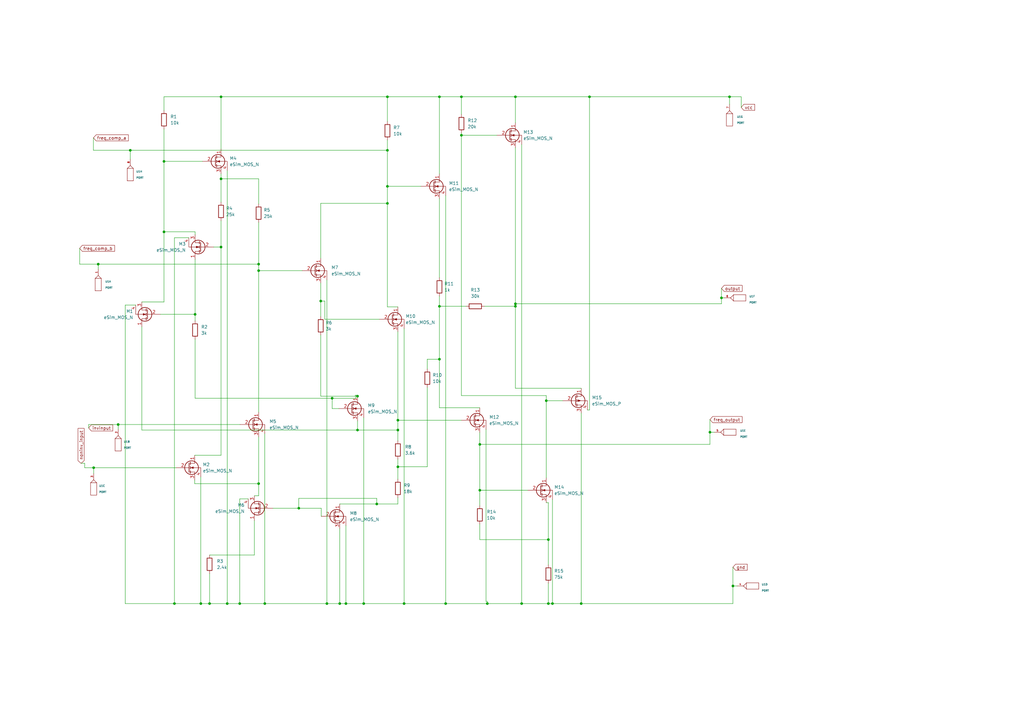
<source format=kicad_sch>
(kicad_sch (version 20211123) (generator eeschema)
  (paper "A3")
  (lib_symbols
    (symbol "eSim_Devices:eSim_MOS_N" (pin_names (offset 0) hide)
      (property "Reference" "M" (at 0 -3.81 0))
      (property "Value" "eSim_MOS_N" (at 2.54 -1.27 0))
      (symbol "eSim_MOS_N_0_1"
        (polyline (pts (xy 3.302 -7.366) (xy 3.302 -6.35)) (stroke (width 0.254)))
        (polyline (pts (xy 3.302 -6.858) (xy 5.08 -6.858)))
        (polyline (pts (xy 3.302 -5.588) (xy 3.302 -4.572)) (stroke (width 0.254)))
        (polyline (pts (xy 3.302 -5.08) (xy 5.08 -5.08)))
        (polyline (pts (xy 3.302 -3.81) (xy 3.302 -2.794)) (stroke (width 0.254)))
        (polyline (pts (xy 3.302 -3.302) (xy 5.08 -3.302)))
        (polyline (pts (xy 5.08 -7.62) (xy 5.08 -6.858)))
        (polyline (pts (xy 5.08 -3.302) (xy 5.08 -2.54)))
        (polyline (pts (xy 2.794 -6.985) (xy 2.794 -3.175) (xy 2.794 -3.175)) (stroke (width 0.254)))
        (polyline (pts (xy 5.08 -5.08) (xy 7.62 -5.08) (xy 7.62 -6.35)))
        (polyline (pts (xy 3.556 -5.08) (xy 4.572 -5.461) (xy 4.572 -4.699) (xy 3.556 -5.08)) (fill (type outline)))
        (circle (center 3.81 -5.08) (radius 2.8194) (stroke (width 0.254)))
      )
      (symbol "eSim_MOS_N_1_1"
        (pin passive line (at 5.08 0 270) (length 2.54) (name "D") (number "1"))
        (pin passive line (at -2.54 -5.08 0) (length 5.334) (name "G") (number "2"))
        (pin passive line (at 5.08 -10.16 90) (length 2.54) (name "S") (number "3"))
        (pin passive line (at 7.62 -8.89 90) (length 2.4892) (name "B") (number "4"))
      )
    )
    (symbol "eSim_Devices:eSim_MOS_P" (pin_names (offset 0) hide)
      (property "Reference" "M" (at -1.27 1.27 0))
      (property "Value" "eSim_MOS_P" (at 1.27 3.81 0))
      (symbol "eSim_MOS_P_0_1"
        (polyline (pts (xy 2.032 -1.778) (xy 3.81 -1.778)))
        (polyline (pts (xy 2.032 -1.27) (xy 2.032 -2.286)) (stroke (width 0.254)))
        (polyline (pts (xy 2.032 0) (xy 3.81 0)))
        (polyline (pts (xy 2.032 0.508) (xy 2.032 -0.508)) (stroke (width 0.254)))
        (polyline (pts (xy 2.032 1.778) (xy 3.81 1.778)))
        (polyline (pts (xy 2.032 2.286) (xy 2.032 1.27)) (stroke (width 0.254)))
        (polyline (pts (xy 3.81 -1.778) (xy 3.81 -2.54)))
        (polyline (pts (xy 3.81 2.54) (xy 3.81 1.778)))
        (polyline (pts (xy 1.524 1.905) (xy 1.524 -1.905) (xy 1.524 -1.905)) (stroke (width 0.254)))
        (polyline (pts (xy 3.81 0) (xy 6.35 0) (xy 6.35 -1.27)))
        (polyline (pts (xy 3.556 0) (xy 2.54 -0.381) (xy 2.54 0.381) (xy 3.556 0)) (fill (type outline)))
        (circle (center 2.54 0) (radius 2.8194) (stroke (width 0.254)))
      )
      (symbol "eSim_MOS_P_1_1"
        (pin passive line (at 3.81 5.08 270) (length 2.54) (name "D") (number "1"))
        (pin passive line (at -3.81 0 0) (length 5.334) (name "G") (number "2"))
        (pin passive line (at 3.81 -5.08 90) (length 2.54) (name "S") (number "3"))
        (pin passive line (at 6.35 -3.81 90) (length 2.54) (name "B") (number "4"))
      )
    )
    (symbol "eSim_Devices:resistor" (pin_numbers hide) (pin_names (offset 0))
      (property "Reference" "R" (at 1.27 3.302 0))
      (property "Value" "resistor" (at 1.27 -1.27 0))
      (symbol "resistor_0_1"
        (rectangle (start 3.81 0.254) (end -1.27 2.286) (stroke (width 0.254)))
      )
      (symbol "resistor_1_1"
        (pin passive line (at -2.54 1.27 0) (length 1.27) (name "~") (number "1"))
        (pin passive line (at 5.08 1.27 180) (length 1.27) (name "~") (number "2"))
      )
    )
    (symbol "eSim_Miscellaneous:PORT" (pin_names (offset 1.016))
      (property "Reference" "U" (at 1.27 2.54 0))
      (property "Value" "PORT" (at 0 0 0))
      (symbol "PORT_0_1"
        (rectangle (start -2.54 1.27) (end 2.54 -1.27))
        (arc (start 2.54 1.27) (mid 3.1355 0.5955) (end 3.81 0))
        (arc (start 3.81 0) (mid 3.1447 -0.6046) (end 2.54 -1.27))
      )
      (symbol "PORT_1_1"
        (pin bidirectional line (at 6.35 0 180) (length 2.54) (name "~") (number "1"))
      )
      (symbol "PORT_2_1"
        (pin bidirectional line (at 6.35 0 180) (length 2.54) (name "~") (number "2"))
      )
      (symbol "PORT_3_1"
        (pin bidirectional line (at 6.35 0 180) (length 2.54) (name "~") (number "3"))
      )
      (symbol "PORT_4_1"
        (pin bidirectional line (at 6.35 0 180) (length 2.54) (name "~") (number "4"))
      )
      (symbol "PORT_5_1"
        (pin bidirectional line (at 6.35 0 180) (length 2.54) (name "~") (number "5"))
      )
      (symbol "PORT_6_1"
        (pin bidirectional line (at 6.35 0 180) (length 2.54) (name "~") (number "6"))
      )
      (symbol "PORT_7_1"
        (pin bidirectional line (at 6.35 0 180) (length 2.54) (name "~") (number "7"))
      )
      (symbol "PORT_8_1"
        (pin bidirectional line (at 6.35 0 180) (length 2.54) (name "~") (number "8"))
      )
      (symbol "PORT_9_1"
        (pin bidirectional line (at 6.35 0 180) (length 2.54) (name "~") (number "9"))
      )
      (symbol "PORT_10_1"
        (pin bidirectional line (at 6.35 0 180) (length 2.54) (name "~") (number "10"))
      )
      (symbol "PORT_11_1"
        (pin bidirectional line (at 6.35 0 180) (length 2.54) (name "~") (number "11"))
      )
      (symbol "PORT_12_1"
        (pin bidirectional line (at 6.35 0 180) (length 2.54) (name "~") (number "12"))
      )
      (symbol "PORT_13_1"
        (pin bidirectional line (at 6.35 0 180) (length 2.54) (name "~") (number "13"))
      )
      (symbol "PORT_14_1"
        (pin bidirectional line (at 6.35 0 180) (length 2.54) (name "~") (number "14"))
      )
      (symbol "PORT_15_1"
        (pin bidirectional line (at 6.35 0 180) (length 2.54) (name "~") (number "15"))
      )
      (symbol "PORT_16_1"
        (pin bidirectional line (at 6.35 0 180) (length 2.54) (name "~") (number "16"))
      )
      (symbol "PORT_17_1"
        (pin bidirectional line (at 6.35 0 180) (length 2.54) (name "~") (number "17"))
      )
      (symbol "PORT_18_1"
        (pin bidirectional line (at 6.35 0 180) (length 2.54) (name "~") (number "18"))
      )
      (symbol "PORT_19_1"
        (pin bidirectional line (at 6.35 0 180) (length 2.54) (name "~") (number "19"))
      )
      (symbol "PORT_20_1"
        (pin bidirectional line (at 6.35 0 180) (length 2.54) (name "~") (number "20"))
      )
      (symbol "PORT_21_1"
        (pin bidirectional line (at 6.35 0 180) (length 2.54) (name "~") (number "21"))
      )
      (symbol "PORT_22_1"
        (pin bidirectional line (at 6.35 0 180) (length 2.54) (name "~") (number "22"))
      )
      (symbol "PORT_23_1"
        (pin bidirectional line (at 6.35 0 180) (length 2.54) (name "~") (number "23"))
      )
      (symbol "PORT_24_1"
        (pin bidirectional line (at 6.35 0 180) (length 2.54) (name "~") (number "24"))
      )
      (symbol "PORT_25_1"
        (pin bidirectional line (at 6.35 0 180) (length 2.54) (name "~") (number "25"))
      )
      (symbol "PORT_26_1"
        (pin bidirectional line (at 6.35 0 180) (length 2.54) (name "~") (number "26"))
      )
    )
  )
  (junction (at 224.917 221.3102))
  (junction (at 199.8726 247.5484))
  (junction (at 38.4048 191.8208))
  (junction (at 211.4042 125.6284))
  (junction (at 85.9536 247.5484))
  (junction (at 196.7992 201.0664))
  (junction (at 158.9024 83.4136))
  (junction (at 300.609 240.3348))
  (junction (at 211.4042 124.6124))
  (junction (at 139.3444 247.5484))
  (junction (at 106.0704 108.331))
  (junction (at 90.6526 39.7002))
  (junction (at 291.1856 177.2666))
  (junction (at 106.0704 110.998))
  (junction (at 226.5934 247.5484))
  (junction (at 134.0866 247.5484))
  (junction (at 158.9024 61.6458))
  (junction (at 238.379 247.5484))
  (junction (at 163.195 176.3776))
  (junction (at 53.4416 61.6458))
  (junction (at 141.8844 247.5484))
  (junction (at 80.01 128.9304))
  (junction (at 158.9024 39.7002))
  (junction (at 180.2384 39.7002))
  (junction (at 106.0704 198.3486))
  (junction (at 163.195 172.339))
  (junction (at 136.2202 163.322))
  (junction (at 189.2554 55.4736))
  (junction (at 67.2592 66.1924))
  (junction (at 98.3234 247.5484))
  (junction (at 196.7992 182.2704))
  (junction (at 146.6342 176.3776))
  (junction (at 40.2844 108.331))
  (junction (at 108.6104 247.5484))
  (junction (at 71.5518 247.5484))
  (junction (at 93.1926 247.5484))
  (junction (at 295.91 122.174))
  (junction (at 165.735 247.5484))
  (junction (at 211.4042 39.7002))
  (junction (at 180.2384 125.6284))
  (junction (at 146.6342 162.4838))
  (junction (at 90.6526 73.3552))
  (junction (at 82.3722 247.5484))
  (junction (at 67.2592 95.0976))
  (junction (at 131.5466 123.4694))
  (junction (at 182.7784 247.5484))
  (junction (at 122.555 208.4324))
  (junction (at 299.212 39.7002))
  (junction (at 224.917 247.5484))
  (junction (at 189.2554 39.7002))
  (junction (at 213.9442 247.5484))
  (junction (at 158.9024 76.4286))
  (junction (at 241.7826 39.7002))
  (junction (at 90.6526 101.3206))
  (junction (at 180.2384 147.32))
  (junction (at 149.1742 247.5484))
  (junction (at 163.195 191.4652))
  (junction (at 224.0534 164.338))
  (junction (at 154.5336 206.7052))
  (junction (at 48.4632 174.117))
  (wire (pts (xy 141.8844 215.5952) (xy 141.8844 247.5484)))
  (wire (pts (xy 82.3722 195.6308) (xy 82.3722 247.5484)))
  (wire (pts (xy 106.0704 108.331) (xy 106.0704 110.998)))
  (wire (pts (xy 240.919 168.148) (xy 241.7826 168.148)))
  (wire (pts (xy 224.0534 164.338) (xy 224.0534 195.9864)))
  (wire (pts (xy 136.2202 167.5638) (xy 136.2202 163.322)))
  (wire (pts (xy 104.3432 213.5124) (xy 104.3432 227.6348)))
  (wire (pts (xy 292.989 177.2666) (xy 291.1856 177.2666)))
  (wire (pts (xy 165.735 247.5484) (xy 182.7784 247.5484)))
  (wire (pts (xy 196.7992 182.2704) (xy 196.7992 201.0664)))
  (wire (pts (xy 79.8322 198.3486) (xy 106.0704 198.3486)))
  (wire (pts (xy 196.7992 214.9856) (xy 196.7992 221.3102)))
  (wire (pts (xy 199.3392 246.6848) (xy 199.8726 246.6848)))
  (wire (pts (xy 199.8726 246.6848) (xy 199.8726 247.5484)))
  (wire (pts (xy 175.26 191.4652) (xy 175.26 158.9278)))
  (wire (pts (xy 196.7992 177.419) (xy 196.7992 182.2704)))
  (wire (pts (xy 122.555 204.4192) (xy 154.5336 204.4192)))
  (wire (pts (xy 108.6104 247.5484) (xy 98.3234 247.5484)))
  (wire (pts (xy 67.2592 95.0976) (xy 67.2592 123.8504)))
  (wire (pts (xy 139.3444 247.5484) (xy 134.0866 247.5484)))
  (wire (pts (xy 71.5518 247.5484) (xy 82.3722 247.5484)))
  (wire (pts (xy 211.4042 124.6124) (xy 211.4042 125.6284)))
  (wire (pts (xy 141.8844 247.5484) (xy 139.3444 247.5484)))
  (wire (pts (xy 122.555 208.4324) (xy 122.555 204.4192)))
  (wire (pts (xy 145.9484 162.4838) (xy 146.6342 162.4838)))
  (wire (pts (xy 101.8032 204.6224) (xy 98.3234 204.6224)))
  (wire (pts (xy 163.195 188.3664) (xy 163.195 191.4652)))
  (wire (pts (xy 211.4042 125.6284) (xy 211.4042 159.258)))
  (wire (pts (xy 67.2592 52.9336) (xy 67.2592 66.1924)))
  (wire (pts (xy 67.2592 123.8504) (xy 58.1914 123.8504)))
  (wire (pts (xy 224.917 221.3102) (xy 224.917 206.1464)))
  (wire (pts (xy 134.0866 114.808) (xy 134.0866 247.5484)))
  (wire (pts (xy 158.9024 61.6458) (xy 158.9024 76.4286)))
  (wire (pts (xy 158.9024 76.4286) (xy 158.9024 83.4136)))
  (wire (pts (xy 238.379 169.418) (xy 238.379 247.5484)))
  (wire (pts (xy 189.2554 55.4736) (xy 203.7842 55.4736)))
  (wire (pts (xy 158.9024 83.4136) (xy 158.9024 125.8824)))
  (wire (pts (xy 196.7992 221.3102) (xy 224.917 221.3102)))
  (wire (pts (xy 155.575 130.9624) (xy 133.2484 130.9624)))
  (wire (pts (xy 90.6526 73.3552) (xy 90.6526 82.9056)))
  (wire (pts (xy 145.7452 162.1028) (xy 146.6342 162.1028)))
  (wire (pts (xy 134.0866 247.5484) (xy 108.6104 247.5484)))
  (wire (pts (xy 180.2384 121.4628) (xy 180.2384 125.6284)))
  (wire (pts (xy 106.0704 203.3524) (xy 104.3432 203.3524)))
  (wire (pts (xy 149.1742 171.3738) (xy 149.1742 247.5484)))
  (wire (pts (xy 133.2484 123.4694) (xy 131.5466 123.4694)))
  (wire (pts (xy 158.9024 39.7002) (xy 180.2384 39.7002)))
  (wire (pts (xy 189.2554 39.7002) (xy 211.4042 39.7002)))
  (wire (pts (xy 131.5466 83.4136) (xy 158.9024 83.4136)))
  (wire (pts (xy 163.195 172.339) (xy 189.1792 172.339)))
  (wire (pts (xy 34.7218 191.8208) (xy 34.7218 190.0428)))
  (wire (pts (xy 93.1926 247.5484) (xy 98.3234 247.5484)))
  (wire (pts (xy 182.7784 80.2386) (xy 182.7784 247.5484)))
  (wire (pts (xy 163.195 172.339) (xy 163.195 176.3776)))
  (wire (pts (xy 198.755 125.6284) (xy 211.4042 125.6284)))
  (wire (pts (xy 189.2554 162.2298) (xy 224.0534 162.2298)))
  (wire (pts (xy 158.9024 57.4294) (xy 158.9024 61.6458)))
  (wire (pts (xy 211.4042 124.6124) (xy 295.91 124.6124)))
  (wire (pts (xy 51.3588 247.5484) (xy 71.5518 247.5484)))
  (wire (pts (xy 180.2384 125.6284) (xy 180.2384 147.32)))
  (wire (pts (xy 211.4042 60.5536) (xy 211.4042 124.6124)))
  (wire (pts (xy 48.4632 174.117) (xy 98.4504 174.117)))
  (wire (pts (xy 131.7244 208.4324) (xy 131.7244 211.7852)))
  (wire (pts (xy 79.8322 196.9008) (xy 79.8322 198.3486)))
  (wire (pts (xy 131.5466 105.918) (xy 131.5466 83.4136)))
  (wire (pts (xy 51.3588 125.1204) (xy 51.3588 247.5484)))
  (wire (pts (xy 300.609 232.6386) (xy 300.609 240.3348)))
  (wire (pts (xy 180.2384 39.7002) (xy 189.2554 39.7002)))
  (wire (pts (xy 163.195 191.4652) (xy 175.26 191.4652)))
  (wire (pts (xy 58.1914 134.0104) (xy 58.1914 176.3776)))
  (wire (pts (xy 199.8726 247.5484) (xy 213.9442 247.5484)))
  (wire (pts (xy 48.4632 176.0728) (xy 48.4632 174.117)))
  (wire (pts (xy 123.9266 110.998) (xy 106.0704 110.998)))
  (wire (pts (xy 158.9024 125.8824) (xy 163.195 125.8824)))
  (wire (pts (xy 80.01 95.0976) (xy 67.2592 95.0976)))
  (wire (pts (xy 299.212 42.799) (xy 299.212 39.7002)))
  (wire (pts (xy 122.555 208.4324) (xy 131.7244 208.4324)))
  (wire (pts (xy 238.379 247.5484) (xy 300.609 247.5484)))
  (wire (pts (xy 90.6526 186.7408) (xy 79.8322 186.7408)))
  (wire (pts (xy 295.91 122.174) (xy 295.91 124.6124)))
  (wire (pts (xy 149.1742 247.5484) (xy 165.735 247.5484)))
  (wire (pts (xy 146.6342 176.3776) (xy 163.195 176.3776)))
  (wire (pts (xy 90.6526 90.5256) (xy 90.6526 101.3206)))
  (wire (pts (xy 133.2484 130.9624) (xy 133.2484 123.4694)))
  (wire (pts (xy 40.2844 108.331) (xy 32.6644 108.331)))
  (wire (pts (xy 40.2844 108.331) (xy 40.2844 110.3884)))
  (wire (pts (xy 58.1914 176.3776) (xy 146.6342 176.3776)))
  (wire (pts (xy 189.2554 39.7002) (xy 189.2554 46.8884)))
  (wire (pts (xy 291.1856 172.085) (xy 291.1856 177.2666)))
  (wire (pts (xy 182.7784 247.5484) (xy 199.8726 247.5484)))
  (wire (pts (xy 189.2554 54.5084) (xy 189.2554 55.4736)))
  (wire (pts (xy 34.7218 190.0428) (xy 33.2486 190.0428)))
  (wire (pts (xy 158.9024 76.4286) (xy 172.6184 76.4286)))
  (wire (pts (xy 106.0704 73.3552) (xy 90.6526 73.3552)))
  (wire (pts (xy 146.6342 162.1028) (xy 146.6342 162.4838)))
  (wire (pts (xy 163.195 136.0424) (xy 163.195 172.339)))
  (wire (pts (xy 32.6644 108.331) (xy 32.6644 101.854)))
  (wire (pts (xy 180.2384 71.3486) (xy 180.2384 39.7002)))
  (wire (pts (xy 224.917 247.5484) (xy 226.5934 247.5484)))
  (wire (pts (xy 230.759 164.338) (xy 224.0534 164.338)))
  (wire (pts (xy 104.3432 227.6348) (xy 85.9536 227.6348)))
  (wire (pts (xy 216.4334 201.0664) (xy 196.7992 201.0664)))
  (wire (pts (xy 36.3474 174.117) (xy 36.3474 175.514)))
  (wire (pts (xy 106.0704 83.6168) (xy 106.0704 73.3552)))
  (wire (pts (xy 136.2202 163.322) (xy 145.9484 163.322)))
  (wire (pts (xy 297.0276 122.174) (xy 295.91 122.174)))
  (wire (pts (xy 241.7826 39.7002) (xy 241.7826 168.148)))
  (wire (pts (xy 90.6526 39.7002) (xy 90.6526 61.1124)))
  (wire (pts (xy 213.9442 247.5484) (xy 224.917 247.5484)))
  (wire (pts (xy 300.609 240.3348) (xy 300.609 247.5484)))
  (wire (pts (xy 131.5466 162.4838) (xy 145.7452 162.4838)))
  (wire (pts (xy 199.3392 176.149) (xy 199.3392 246.6848)))
  (wire (pts (xy 87.63 101.3206) (xy 90.6526 101.3206)))
  (wire (pts (xy 93.1926 70.0024) (xy 93.1926 247.5484)))
  (wire (pts (xy 165.735 134.7724) (xy 165.735 247.5484)))
  (wire (pts (xy 211.4042 39.7002) (xy 211.4042 50.3936)))
  (wire (pts (xy 106.0704 179.197) (xy 106.0704 198.3486)))
  (wire (pts (xy 38.4048 194.183) (xy 38.4048 191.8208)))
  (wire (pts (xy 65.8114 128.9304) (xy 80.01 128.9304)))
  (wire (pts (xy 38.4048 191.8208) (xy 72.2122 191.8208)))
  (wire (pts (xy 36.3474 174.117) (xy 48.4632 174.117)))
  (wire (pts (xy 106.0704 198.3486) (xy 106.0704 203.3524)))
  (wire (pts (xy 85.9536 247.5484) (xy 93.1926 247.5484)))
  (wire (pts (xy 180.2384 147.32) (xy 180.2384 167.259)))
  (wire (pts (xy 106.0704 110.998) (xy 106.0704 169.037)))
  (wire (pts (xy 98.3234 204.6224) (xy 98.3234 247.5484)))
  (wire (pts (xy 85.9536 247.5484) (xy 85.9536 235.2548)))
  (wire (pts (xy 90.6526 101.3206) (xy 90.6526 186.7408)))
  (wire (pts (xy 90.6526 71.2724) (xy 90.6526 73.3552)))
  (wire (pts (xy 82.3722 247.5484) (xy 85.9536 247.5484)))
  (wire (pts (xy 106.0704 108.331) (xy 40.2844 108.331)))
  (wire (pts (xy 224.0534 162.2298) (xy 224.0534 164.338)))
  (wire (pts (xy 80.01 163.322) (xy 136.2202 163.322)))
  (wire (pts (xy 80.01 106.4006) (xy 80.01 128.9304)))
  (wire (pts (xy 80.01 96.2406) (xy 80.01 95.0976)))
  (wire (pts (xy 163.195 191.4652) (xy 163.195 196.5198)))
  (wire (pts (xy 67.2592 45.3136) (xy 67.2592 39.7002)))
  (wire (pts (xy 224.917 231.6226) (xy 224.917 221.3102)))
  (wire (pts (xy 175.26 147.32) (xy 180.2384 147.32)))
  (wire (pts (xy 224.917 239.2426) (xy 224.917 247.5484)))
  (wire (pts (xy 71.5518 97.5106) (xy 71.5518 247.5484)))
  (wire (pts (xy 180.2384 167.259) (xy 196.7992 167.259)))
  (wire (pts (xy 141.8844 247.5484) (xy 149.1742 247.5484)))
  (wire (pts (xy 175.26 151.3078) (xy 175.26 147.32)))
  (wire (pts (xy 295.91 118.2878) (xy 295.91 122.174)))
  (wire (pts (xy 163.195 204.1398) (xy 163.195 206.7052)))
  (wire (pts (xy 302.3362 240.3348) (xy 300.609 240.3348)))
  (wire (pts (xy 131.5466 123.4694) (xy 131.5466 129.8194)))
  (wire (pts (xy 145.7452 162.4838) (xy 145.7452 162.1028)))
  (wire (pts (xy 67.2592 39.7002) (xy 90.6526 39.7002)))
  (wire (pts (xy 303.9872 39.7002) (xy 303.9872 44.0182)))
  (wire (pts (xy 139.3444 216.8652) (xy 139.3444 247.5484)))
  (wire (pts (xy 139.0142 167.5638) (xy 136.2202 167.5638)))
  (wire (pts (xy 299.212 39.7002) (xy 303.9872 39.7002)))
  (wire (pts (xy 53.4416 65.278) (xy 53.4416 61.6458)))
  (wire (pts (xy 180.2384 81.5086) (xy 180.2384 113.8428)))
  (wire (pts (xy 154.5336 204.4192) (xy 154.5336 206.7052)))
  (wire (pts (xy 34.7218 191.8208) (xy 38.4048 191.8208)))
  (wire (pts (xy 106.0704 91.2368) (xy 106.0704 108.331)))
  (wire (pts (xy 241.7826 39.7002) (xy 299.212 39.7002)))
  (wire (pts (xy 55.6514 125.1204) (xy 51.3588 125.1204)))
  (wire (pts (xy 291.1856 177.2666) (xy 291.1856 182.2704)))
  (wire (pts (xy 163.195 176.3776) (xy 163.195 180.7464)))
  (wire (pts (xy 80.01 128.9304) (xy 80.01 131.5466)))
  (wire (pts (xy 226.5934 204.8764) (xy 226.5934 247.5484)))
  (wire (pts (xy 226.5934 247.5484) (xy 238.379 247.5484)))
  (wire (pts (xy 189.2554 55.4736) (xy 189.2554 162.2298)))
  (wire (pts (xy 196.7992 201.0664) (xy 196.7992 207.3656)))
  (wire (pts (xy 38.3286 61.6458) (xy 53.4416 61.6458)))
  (wire (pts (xy 146.6342 172.6438) (xy 146.6342 176.3776)))
  (wire (pts (xy 196.7992 182.2704) (xy 291.1856 182.2704)))
  (wire (pts (xy 90.6526 39.7002) (xy 158.9024 39.7002)))
  (wire (pts (xy 180.2384 125.6284) (xy 191.135 125.6284)))
  (wire (pts (xy 213.9442 59.2836) (xy 213.9442 247.5484)))
  (wire (pts (xy 145.9484 163.322) (xy 145.9484 162.4838)))
  (wire (pts (xy 38.3286 61.6458) (xy 38.3286 56.5404)))
  (wire (pts (xy 53.4416 61.6458) (xy 158.9024 61.6458)))
  (wire (pts (xy 224.917 206.1464) (xy 224.0534 206.1464)))
  (wire (pts (xy 211.4042 39.7002) (xy 241.7826 39.7002)))
  (wire (pts (xy 80.01 139.1666) (xy 80.01 163.322)))
  (wire (pts (xy 67.2592 66.1924) (xy 83.0326 66.1924)))
  (wire (pts (xy 131.5466 137.4394) (xy 131.5466 162.4838)))
  (wire (pts (xy 131.5466 116.078) (xy 131.5466 123.4694)))
  (wire (pts (xy 211.4042 159.258) (xy 238.379 159.258)))
  (wire (pts (xy 108.6104 177.927) (xy 108.6104 247.5484)))
  (wire (pts (xy 154.5336 206.7052) (xy 139.3444 206.7052)))
  (wire (pts (xy 158.9024 39.7002) (xy 158.9024 49.8094)))
  (wire (pts (xy 67.2592 66.1924) (xy 67.2592 95.0976)))
  (wire (pts (xy 77.47 97.5106) (xy 71.5518 97.5106)))
  (wire (pts (xy 163.195 206.7052) (xy 154.5336 206.7052)))
  (wire (pts (xy 111.9632 208.4324) (xy 122.555 208.4324)))
  (global_label "freq_comp_b" (shape input) (at 32.6644 101.854 0) (property "Intersheet References" "${INTERSHEET_REFS}" (effects hide)))
  (global_label "gnd" (shape input) (at 300.609 232.6386 0) (property "Intersheet References" "${INTERSHEET_REFS}" (effects hide)))
  (global_label "freq_output" (shape input) (at 291.1856 172.085 0) (property "Intersheet References" "${INTERSHEET_REFS}" (effects hide)))
  (global_label "freq_comp_a" (shape input) (at 38.3286 56.5404 0) (property "Intersheet References" "${INTERSHEET_REFS}" (effects hide)))
  (global_label "vcc" (shape input) (at 303.9872 44.0182 0) (property "Intersheet References" "${INTERSHEET_REFS}" (effects hide)))
  (global_label "invinput" (shape input) (at 36.3474 175.514 0) (property "Intersheet References" "${INTERSHEET_REFS}" (effects hide)))
  (global_label "output" (shape input) (at 295.91 118.2878 0) (property "Intersheet References" "${INTERSHEET_REFS}" (effects hide)))
  (global_label "noninv_input" (shape input) (at 33.2486 190.0428 90) (property "Intersheet References" "${INTERSHEET_REFS}" (effects hide)))
  (symbol (lib_id "eSim_Devices:eSim_MOS_N") (at 141.5542 162.4838 0) (unit 1)
    (property "Reference" "M9" (at 150.8506 166.2937 0) (effects (justify left)))
    (property "Value" "eSim_MOS_N" (at 150.8506 168.8337 0) (effects (justify left)))
  )
  (symbol (lib_id "eSim_Devices:eSim_MOS_N") (at 218.9734 195.9864 0) (unit 1)
    (property "Reference" "M14" (at 227.33 199.7963 0) (effects (justify left)))
    (property "Value" "eSim_MOS_N" (at 227.33 202.3363 0) (effects (justify left)))
  )
  (symbol (lib_id "eSim_Devices:resistor") (at 164.465 201.5998 90) (unit 1)
    (property "Reference" "R9" (at 165.5064 199.0597 90) (effects (justify right)))
    (property "Value" "18k" (at 165.5064 201.5997 90) (effects (justify right)))
  )
  (symbol (lib_id "eSim_Devices:resistor") (at 91.9226 87.9856 90) (unit 1)
    (property "Reference" "R4" (at 92.71 85.4455 90) (effects (justify right)))
    (property "Value" "25k" (at 92.71 87.9855 90) (effects (justify right)))
  )
  (symbol (lib_id "eSim_Devices:eSim_MOS_N") (at 126.4666 105.918 0) (unit 1)
    (property "Reference" "M7" (at 135.89 109.7279 0) (effects (justify left)))
    (property "Value" "eSim_MOS_N" (at 135.89 112.2679 0) (effects (justify left)))
  )
  (symbol (lib_id "eSim_Devices:eSim_MOS_N") (at 85.09 106.4006 180) (unit 1)
    (property "Reference" "M3" (at 76.2 100.0505 0) (effects (justify left)))
    (property "Value" "eSim_MOS_N" (at 76.2 102.5905 0) (effects (justify left)))
  )
  (symbol (lib_id "eSim_Miscellaneous:PORT") (at 308.6862 240.3348 180) (unit 4)
    (property "Reference" "U1" (at 312.42 239.6998 0) (effects (font (size 0.762 0.762)) (justify right)))
    (property "Value" "PORT" (at 312.42 242.2398 0) (effects (font (size 0.762 0.762)) (justify right)))
  )
  (symbol (lib_id "eSim_Devices:resistor") (at 176.53 156.3878 90) (unit 1)
    (property "Reference" "R10" (at 177.3936 153.8477 90) (effects (justify right)))
    (property "Value" "10k" (at 177.3936 156.3877 90) (effects (justify right)))
  )
  (symbol (lib_id "eSim_Devices:resistor") (at 68.5292 50.3936 90) (unit 1)
    (property "Reference" "R1" (at 69.85 47.8535 90) (effects (justify right)))
    (property "Value" "10k" (at 69.85 50.3935 90) (effects (justify right)))
  )
  (symbol (lib_id "eSim_Devices:eSim_MOS_N") (at 85.5726 61.1124 0) (unit 1)
    (property "Reference" "M4" (at 94.2086 64.9223 0) (effects (justify left)))
    (property "Value" "eSim_MOS_N" (at 94.2086 67.4623 0) (effects (justify left)))
  )
  (symbol (lib_id "eSim_Devices:eSim_MOS_N") (at 100.9904 169.037 0) (unit 1)
    (property "Reference" "M5" (at 110.49 172.8469 0) (effects (justify left)))
    (property "Value" "eSim_MOS_N" (at 110.49 175.3869 0) (effects (justify left)))
  )
  (symbol (lib_id "eSim_Devices:resistor") (at 198.0692 212.4456 90) (unit 1)
    (property "Reference" "R14" (at 199.5932 209.9055 90) (effects (justify right)))
    (property "Value" "10k" (at 199.5932 212.4455 90) (effects (justify right)))
  )
  (symbol (lib_id "eSim_Miscellaneous:PORT") (at 299.212 49.149 90) (unit 7)
    (property "Reference" "U1" (at 302.26 47.879 90) (effects (font (size 0.762 0.762)) (justify right)))
    (property "Value" "PORT" (at 302.26 50.419 90) (effects (font (size 0.762 0.762)) (justify right)))
  )
  (symbol (lib_id "eSim_Devices:eSim_MOS_P") (at 234.569 164.338 0) (unit 1)
    (property "Reference" "M15" (at 242.7986 163.0679 0) (effects (justify left)))
    (property "Value" "eSim_MOS_P" (at 242.7986 165.6079 0) (effects (justify left)))
  )
  (symbol (lib_id "eSim_Devices:resistor") (at 190.5254 51.9684 90) (unit 1)
    (property "Reference" "R12" (at 191.77 49.4283 90) (effects (justify right)))
    (property "Value" "20k" (at 191.77 51.9683 90) (effects (justify right)))
  )
  (symbol (lib_id "eSim_Devices:resistor") (at 181.5084 118.9228 90) (unit 1)
    (property "Reference" "R11" (at 182.2196 116.3827 90) (effects (justify right)))
    (property "Value" "1k" (at 182.2196 118.9227 90) (effects (justify right)))
  )
  (symbol (lib_id "eSim_Devices:eSim_MOS_N") (at 134.2644 206.7052 0) (unit 1)
    (property "Reference" "M8" (at 143.51 210.5151 0) (effects (justify left)))
    (property "Value" "eSim_MOS_N" (at 143.51 213.0551 0) (effects (justify left)))
  )
  (symbol (lib_id "eSim_Miscellaneous:PORT") (at 40.2844 116.7384 90) (unit 1)
    (property "Reference" "U1" (at 43.18 115.4684 90) (effects (font (size 0.762 0.762)) (justify right)))
    (property "Value" "PORT" (at 43.18 118.0084 90) (effects (font (size 0.762 0.762)) (justify right)))
  )
  (symbol (lib_id "eSim_Devices:resistor") (at 81.28 136.6266 90) (unit 1)
    (property "Reference" "R2" (at 82.4738 134.0865 90) (effects (justify right)))
    (property "Value" "3k" (at 82.4738 136.6265 90) (effects (justify right)))
  )
  (symbol (lib_id "eSim_Devices:resistor") (at 226.187 236.7026 90) (unit 1)
    (property "Reference" "R15" (at 227.2792 234.1625 90) (effects (justify right)))
    (property "Value" "75k" (at 227.2792 236.7025 90) (effects (justify right)))
  )
  (symbol (lib_id "eSim_Devices:eSim_MOS_N") (at 191.7192 167.259 0) (unit 1)
    (property "Reference" "M12" (at 200.66 171.0689 0) (effects (justify left)))
    (property "Value" "eSim_MOS_N" (at 200.66 173.6089 0) (effects (justify left)))
  )
  (symbol (lib_id "eSim_Devices:eSim_MOS_N") (at 109.4232 213.5124 180) (unit 1)
    (property "Reference" "M6" (at 100.33 207.1623 0) (effects (justify left)))
    (property "Value" "eSim_MOS_N" (at 100.33 209.7023 0) (effects (justify left)))
  )
  (symbol (lib_id "eSim_Devices:resistor") (at 87.2236 232.7148 90) (unit 1)
    (property "Reference" "R3" (at 88.9 230.1747 90) (effects (justify right)))
    (property "Value" "2.4k" (at 88.9 232.7147 90) (effects (justify right)))
  )
  (symbol (lib_id "eSim_Devices:resistor") (at 196.215 124.3584 180) (unit 1)
    (property "Reference" "R13" (at 194.945 118.9228 0))
    (property "Value" "30k" (at 194.945 121.4628 0))
  )
  (symbol (lib_id "eSim_Devices:eSim_MOS_N") (at 175.1584 71.3486 0) (unit 1)
    (property "Reference" "M11" (at 184.15 75.1585 0) (effects (justify left)))
    (property "Value" "eSim_MOS_N" (at 184.15 77.6985 0) (effects (justify left)))
  )
  (symbol (lib_id "eSim_Devices:resistor") (at 107.3404 88.6968 90) (unit 1)
    (property "Reference" "R5" (at 108.1278 86.1567 90) (effects (justify right)))
    (property "Value" "25k" (at 108.1278 88.6967 90) (effects (justify right)))
  )
  (symbol (lib_id "eSim_Devices:eSim_MOS_N") (at 63.2714 134.0104 180) (unit 1)
    (property "Reference" "M1" (at 54.61 127.6603 0) (effects (justify left)))
    (property "Value" "eSim_MOS_N" (at 54.61 130.2003 0) (effects (justify left)))
  )
  (symbol (lib_id "eSim_Devices:eSim_MOS_N") (at 206.3242 50.3936 0) (unit 1)
    (property "Reference" "M13" (at 214.63 54.2035 0) (effects (justify left)))
    (property "Value" "eSim_MOS_N" (at 214.63 56.7435 0) (effects (justify left)))
  )
  (symbol (lib_id "eSim_Miscellaneous:PORT") (at 299.339 177.2666 180) (unit 5)
    (property "Reference" "U1" (at 303.53 176.6316 0) (effects (font (size 0.762 0.762)) (justify right)))
    (property "Value" "PORT" (at 303.53 179.1716 0) (effects (font (size 0.762 0.762)) (justify right)))
  )
  (symbol (lib_id "eSim_Miscellaneous:PORT") (at 38.4048 200.533 90) (unit 3)
    (property "Reference" "U1" (at 40.64 199.263 90) (effects (font (size 0.762 0.762)) (justify right)))
    (property "Value" "PORT" (at 40.64 201.803 90) (effects (font (size 0.762 0.762)) (justify right)))
  )
  (symbol (lib_id "eSim_Devices:resistor") (at 157.6324 52.3494 270) (unit 1)
    (property "Reference" "R7" (at 161.29 52.3493 90) (effects (justify left)))
    (property "Value" "10k" (at 161.29 54.8893 90) (effects (justify left)))
  )
  (symbol (lib_id "eSim_Miscellaneous:PORT") (at 53.4416 71.628 90) (unit 8)
    (property "Reference" "U1" (at 55.88 70.358 90) (effects (font (size 0.762 0.762)) (justify right)))
    (property "Value" "PORT" (at 55.88 72.898 90) (effects (font (size 0.762 0.762)) (justify right)))
  )
  (symbol (lib_id "eSim_Devices:resistor") (at 132.8166 134.8994 90) (unit 1)
    (property "Reference" "R6" (at 133.5278 132.3593 90) (effects (justify right)))
    (property "Value" "3k" (at 133.5278 134.8993 90) (effects (justify right)))
  )
  (symbol (lib_id "eSim_Devices:eSim_MOS_N") (at 74.7522 186.7408 0) (unit 1)
    (property "Reference" "M2" (at 83.185 190.5507 0) (effects (justify left)))
    (property "Value" "eSim_MOS_N" (at 83.185 193.0907 0) (effects (justify left)))
  )
  (symbol (lib_id "eSim_Devices:eSim_MOS_N") (at 158.115 125.8824 0) (unit 1)
    (property "Reference" "M10" (at 166.37 129.6923 0) (effects (justify left)))
    (property "Value" "eSim_MOS_N" (at 166.37 132.2323 0) (effects (justify left)))
  )
  (symbol (lib_id "eSim_Miscellaneous:PORT") (at 303.3776 122.174 180) (unit 6)
    (property "Reference" "U1" (at 307.34 121.539 0) (effects (font (size 0.762 0.762)) (justify right)))
    (property "Value" "PORT" (at 307.34 124.079 0) (effects (font (size 0.762 0.762)) (justify right)))
  )
  (symbol (lib_id "eSim_Devices:resistor") (at 164.465 185.8264 90) (unit 1)
    (property "Reference" "R8" (at 166.0652 183.2863 90) (effects (justify right)))
    (property "Value" "3.6k" (at 166.0652 185.8263 90) (effects (justify right)))
  )
  (symbol (lib_id "eSim_Miscellaneous:PORT") (at 48.4632 182.4228 90) (unit 2)
    (property "Reference" "U1" (at 50.8 181.1528 90) (effects (font (size 0.762 0.762)) (justify right)))
    (property "Value" "PORT" (at 50.8 183.6928 90) (effects (font (size 0.762 0.762)) (justify right)))
  )
)
</source>
